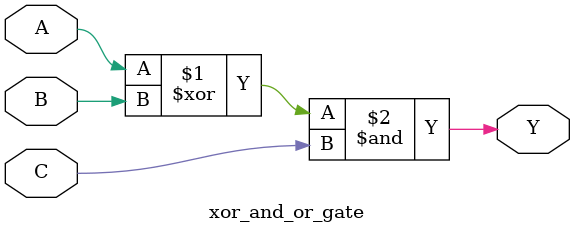
<source format=sv>
module xor_and_or_gate (
    input wire A, B, C,   // 输入A, B, C
    output wire Y         // 输出Y
);
    // 使用布尔代数简化表达式：
    // 原始: Y = (A ^ B) & (A | C)
    // 展开: Y = (A & ~B | ~A & B) & (A | C)
    // 分配: Y = (A & ~B & (A | C)) | (~A & B & (A | C))
    // 简化: Y = (A & ~B & A) | (A & ~B & C) | (~A & B & A) | (~A & B & C)
    // 进一步简化: Y = (A & ~B & C) | (~A & B & C) = (A^B) & C
    
    assign Y = (A ^ B) & C;
    
endmodule
</source>
